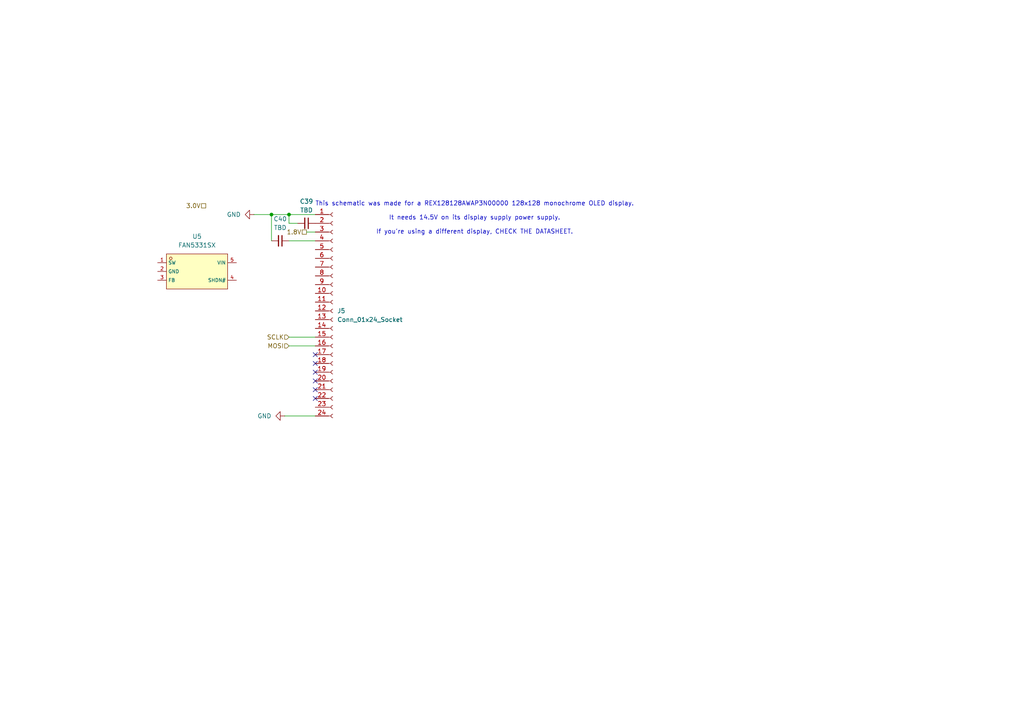
<source format=kicad_sch>
(kicad_sch (version 20231120) (generator "eeschema") (generator_version "8.0")
  (paper "A4")
  (lib_symbols
    (symbol "Connector:Conn_01x24_Socket" (pin_names (offset 1.016) hide)
      (property "Reference" "J" (at 0 30.48 0))
      (property "Value" "Conn_01x24_Socket" (at 0 -33.02 0))
      (symbol "Conn_01x24_Socket_1_1"
        (arc (start 0 -29.972) (mid -0.5058 -30.48) (end 0 -30.988) (stroke (width 0.1524)))
        (arc (start 0 -27.432) (mid -0.5058 -27.94) (end 0 -28.448) (stroke (width 0.1524)))
        (arc (start 0 -24.892) (mid -0.5058 -25.4) (end 0 -25.908) (stroke (width 0.1524)))
        (arc (start 0 -22.352) (mid -0.5058 -22.86) (end 0 -23.368) (stroke (width 0.1524)))
        (arc (start 0 -19.812) (mid -0.5058 -20.32) (end 0 -20.828) (stroke (width 0.1524)))
        (arc (start 0 -17.272) (mid -0.5058 -17.78) (end 0 -18.288) (stroke (width 0.1524)))
        (arc (start 0 -14.732) (mid -0.5058 -15.24) (end 0 -15.748) (stroke (width 0.1524)))
        (arc (start 0 -12.192) (mid -0.5058 -12.7) (end 0 -13.208) (stroke (width 0.1524)))
        (arc (start 0 -9.652) (mid -0.5058 -10.16) (end 0 -10.668) (stroke (width 0.1524)))
        (arc (start 0 -7.112) (mid -0.5058 -7.62) (end 0 -8.128) (stroke (width 0.1524)))
        (arc (start 0 -4.572) (mid -0.5058 -5.08) (end 0 -5.588) (stroke (width 0.1524)))
        (arc (start 0 -2.032) (mid -0.5058 -2.54) (end 0 -3.048) (stroke (width 0.1524)))
        (polyline (pts (xy -1.27 -30.48) (xy -0.508 -30.48)) (stroke (width 0.1524)))
        (polyline (pts (xy -1.27 -27.94) (xy -0.508 -27.94)) (stroke (width 0.1524)))
        (polyline (pts (xy -1.27 -25.4) (xy -0.508 -25.4)) (stroke (width 0.1524)))
        (polyline (pts (xy -1.27 -22.86) (xy -0.508 -22.86)) (stroke (width 0.1524)))
        (polyline (pts (xy -1.27 -20.32) (xy -0.508 -20.32)) (stroke (width 0.1524)))
        (polyline (pts (xy -1.27 -17.78) (xy -0.508 -17.78)) (stroke (width 0.1524)))
        (polyline (pts (xy -1.27 -15.24) (xy -0.508 -15.24)) (stroke (width 0.1524)))
        (polyline (pts (xy -1.27 -12.7) (xy -0.508 -12.7)) (stroke (width 0.1524)))
        (polyline (pts (xy -1.27 -10.16) (xy -0.508 -10.16)) (stroke (width 0.1524)))
        (polyline (pts (xy -1.27 -7.62) (xy -0.508 -7.62)) (stroke (width 0.1524)))
        (polyline (pts (xy -1.27 -5.08) (xy -0.508 -5.08)) (stroke (width 0.1524)))
        (polyline (pts (xy -1.27 -2.54) (xy -0.508 -2.54)) (stroke (width 0.1524)))
        (polyline (pts (xy -1.27 0) (xy -0.508 0)) (stroke (width 0.1524)))
        (polyline (pts (xy -1.27 2.54) (xy -0.508 2.54)) (stroke (width 0.1524)))
        (polyline (pts (xy -1.27 5.08) (xy -0.508 5.08)) (stroke (width 0.1524)))
        (polyline (pts (xy -1.27 7.62) (xy -0.508 7.62)) (stroke (width 0.1524)))
        (polyline (pts (xy -1.27 10.16) (xy -0.508 10.16)) (stroke (width 0.1524)))
        (polyline (pts (xy -1.27 12.7) (xy -0.508 12.7)) (stroke (width 0.1524)))
        (polyline (pts (xy -1.27 15.24) (xy -0.508 15.24)) (stroke (width 0.1524)))
        (polyline (pts (xy -1.27 17.78) (xy -0.508 17.78)) (stroke (width 0.1524)))
        (polyline (pts (xy -1.27 20.32) (xy -0.508 20.32)) (stroke (width 0.1524)))
        (polyline (pts (xy -1.27 22.86) (xy -0.508 22.86)) (stroke (width 0.1524)))
        (polyline (pts (xy -1.27 25.4) (xy -0.508 25.4)) (stroke (width 0.1524)))
        (polyline (pts (xy -1.27 27.94) (xy -0.508 27.94)) (stroke (width 0.1524)))
        (arc (start 0 0.508) (mid -0.5058 0) (end 0 -0.508) (stroke (width 0.1524)))
        (arc (start 0 3.048) (mid -0.5058 2.54) (end 0 2.032) (stroke (width 0.1524)))
        (arc (start 0 5.588) (mid -0.5058 5.08) (end 0 4.572) (stroke (width 0.1524)))
        (arc (start 0 8.128) (mid -0.5058 7.62) (end 0 7.112) (stroke (width 0.1524)))
        (arc (start 0 10.668) (mid -0.5058 10.16) (end 0 9.652) (stroke (width 0.1524)))
        (arc (start 0 13.208) (mid -0.5058 12.7) (end 0 12.192) (stroke (width 0.1524)))
        (arc (start 0 15.748) (mid -0.5058 15.24) (end 0 14.732) (stroke (width 0.1524)))
        (arc (start 0 18.288) (mid -0.5058 17.78) (end 0 17.272) (stroke (width 0.1524)))
        (arc (start 0 20.828) (mid -0.5058 20.32) (end 0 19.812) (stroke (width 0.1524)))
        (arc (start 0 23.368) (mid -0.5058 22.86) (end 0 22.352) (stroke (width 0.1524)))
        (arc (start 0 25.908) (mid -0.5058 25.4) (end 0 24.892) (stroke (width 0.1524)))
        (arc (start 0 28.448) (mid -0.5058 27.94) (end 0 27.432) (stroke (width 0.1524)))
        (pin passive line (at -5.08 27.94 0) (length 3.81) (name "Pin_1") (number "1"))
        (pin passive line (at -5.08 5.08 0) (length 3.81) (name "Pin_10") (number "10"))
        (pin passive line (at -5.08 2.54 0) (length 3.81) (name "Pin_11") (number "11"))
        (pin passive line (at -5.08 0 0) (length 3.81) (name "Pin_12") (number "12"))
        (pin passive line (at -5.08 -2.54 0) (length 3.81) (name "Pin_13") (number "13"))
        (pin passive line (at -5.08 -5.08 0) (length 3.81) (name "Pin_14") (number "14"))
        (pin passive line (at -5.08 -7.62 0) (length 3.81) (name "Pin_15") (number "15"))
        (pin passive line (at -5.08 -10.16 0) (length 3.81) (name "Pin_16") (number "16"))
        (pin passive line (at -5.08 -12.7 0) (length 3.81) (name "Pin_17") (number "17"))
        (pin passive line (at -5.08 -15.24 0) (length 3.81) (name "Pin_18") (number "18"))
        (pin passive line (at -5.08 -17.78 0) (length 3.81) (name "Pin_19") (number "19"))
        (pin passive line (at -5.08 25.4 0) (length 3.81) (name "Pin_2") (number "2"))
        (pin passive line (at -5.08 -20.32 0) (length 3.81) (name "Pin_20") (number "20"))
        (pin passive line (at -5.08 -22.86 0) (length 3.81) (name "Pin_21") (number "21"))
        (pin passive line (at -5.08 -25.4 0) (length 3.81) (name "Pin_22") (number "22"))
        (pin passive line (at -5.08 -27.94 0) (length 3.81) (name "Pin_23") (number "23"))
        (pin passive line (at -5.08 -30.48 0) (length 3.81) (name "Pin_24") (number "24"))
        (pin passive line (at -5.08 22.86 0) (length 3.81) (name "Pin_3") (number "3"))
        (pin passive line (at -5.08 20.32 0) (length 3.81) (name "Pin_4") (number "4"))
        (pin passive line (at -5.08 17.78 0) (length 3.81) (name "Pin_5") (number "5"))
        (pin passive line (at -5.08 15.24 0) (length 3.81) (name "Pin_6") (number "6"))
        (pin passive line (at -5.08 12.7 0) (length 3.81) (name "Pin_7") (number "7"))
        (pin passive line (at -5.08 10.16 0) (length 3.81) (name "Pin_8") (number "8"))
        (pin passive line (at -5.08 7.62 0) (length 3.81) (name "Pin_9") (number "9"))
      )
    )
    (symbol "Device:C_Small" (pin_numbers hide) (pin_names (offset 0.254) hide)
      (property "Reference" "C" (at 0.254 1.778 0))
      (property "Value" "C_Small" (at 0.254 -2.032 0))
      (symbol "C_Small_0_1"
        (polyline (pts (xy -1.524 -0.508) (xy 1.524 -0.508)) (stroke (width 0.3302)))
        (polyline (pts (xy -1.524 0.508) (xy 1.524 0.508)) (stroke (width 0.3048)))
      )
      (symbol "C_Small_1_1"
        (pin passive line (at 0 2.54 270) (length 2.032) (name "~") (number "1"))
        (pin passive line (at 0 -2.54 90) (length 2.032) (name "~") (number "2"))
      )
    )
    (symbol "Library:FAN5331SX"
      (property "Reference" "U" (at 0 1.27 0))
      (property "Value" "FAN5331SX" (at 0 -2.54 0))
      (symbol "FAN5331SX_0_1"
        (rectangle (start -8.89 5.08) (end 8.89 -5.08) (fill (type background)))
        (circle (center -7.62 3.81) (radius 0.381) (fill (type background)))
        (pin unspecified line (at -11.43 2.54 0) (length 2.54) (name "SW") (number "1"))
        (pin unspecified line (at -11.43 0 0) (length 2.54) (name "GND") (number "2"))
        (pin unspecified line (at -11.43 -2.54 0) (length 2.54) (name "FB") (number "3"))
        (pin unspecified line (at 11.43 -2.54 180) (length 2.54) (name "SHDN#") (number "4"))
        (pin unspecified line (at 11.43 2.54 180) (length 2.54) (name "VIN") (number "5"))
      )
    )
    (symbol "power:GND" (power) (pin_numbers hide) (pin_names (offset 0) hide)
      (property "Value" "GND" (at 0 -3.81 0))
      (symbol "GND_0_1"
        (polyline (pts (xy 0 0) (xy 0 -1.27) (xy 1.27 -1.27) (xy 0 -2.54) (xy -1.27 -1.27) (xy 0 -1.27)))
      )
      (symbol "GND_1_1"
        (pin power_in line (at 0 0 270) (length 0) (name "~") (number "1"))
      )
    )
  )
  (junction (at 78.74 62.23))
  (junction (at 83.82 62.23))
  (no_connect (at 91.44 110.49))
  (no_connect (at 91.44 115.57))
  (no_connect (at 91.44 113.03))
  (no_connect (at 91.44 105.41))
  (no_connect (at 91.44 102.87))
  (no_connect (at 91.44 107.95))
  (wire (pts (xy 83.82 62.23) (xy 91.44 62.23)))
  (wire (pts (xy 88.9 67.31) (xy 91.44 67.31)))
  (wire (pts (xy 83.82 64.77) (xy 83.82 62.23)))
  (wire (pts (xy 86.36 64.77) (xy 83.82 64.77)))
  (wire (pts (xy 73.66 62.23) (xy 78.74 62.23)))
  (wire (pts (xy 83.82 69.85) (xy 91.44 69.85)))
  (wire (pts (xy 82.55 120.65) (xy 91.44 120.65)))
  (wire (pts (xy 78.74 62.23) (xy 78.74 69.85)))
  (wire (pts (xy 83.82 100.33) (xy 91.44 100.33)))
  (wire (pts (xy 78.74 62.23) (xy 83.82 62.23)))
  (wire (pts (xy 83.82 97.79) (xy 91.44 97.79)))
  (text "This schematic was made for a REX128128AWAP3N00000 128x128 monochrome OLED display.\n\nIt needs 14.5V on its display supply power supply.\n\nIf you're using a different display, CHECK THE DATASHEET." (at 137.668 63.246 0) (effects (font (size 1.27 1.27))))
  (hierarchical_label "MOSI" (shape input) (at 83.82 100.33 180))
  (hierarchical_label "1.8V" (shape passive) (at 88.9 67.31 180))
  (hierarchical_label "SCLK" (shape input) (at 83.82 97.79 180))
  (hierarchical_label "3.0V" (shape passive) (at 59.69 59.69 180))
  (symbol (lib_id "power:GND") (at 73.66 62.23 270) (unit 1)
    (property "Reference" "#PWR043" (effects (hide yes)))
    (property "Value" "GND" (at 69.85 62.2299 90) (effects (justify right)))
    (property "Description" "Power symbol creates a global label with name \"GND\" , ground" (effects (hide yes)))
  )
  (symbol (lib_id "Library:FAN5331SX") (at 57.15 78.74 0) (unit 1)
    (property "Reference" "U5" (at 57.15 68.58 0))
    (property "Value" "FAN5331SX" (at 57.15 71.12 0))
    (property "Footprint" "Library:SOT-23-5_L2.9-W1.6-P0.95-LS2.8-BL" (effects (hide yes)))
    (property "Datasheet" "https://cn.bing.com/search?q=datasheetAD8067ARTZ-REEL7" (effects (hide yes)))
    (property "LCSC" "C890746" (effects (hide yes)))
  )
  (symbol (lib_id "Device:C_Small") (at 81.28 69.85 270) (unit 1)
    (property "Reference" "C40" (at 81.2736 63.5 90))
    (property "Value" "TBD" (at 81.2736 66.04 90))
    (property "Description" "Unpolarized capacitor, small symbol" (effects (hide yes)))
  )
  (symbol (lib_id "power:GND") (at 82.55 120.65 270) (unit 1)
    (property "Reference" "#PWR052" (effects (hide yes)))
    (property "Value" "GND" (at 78.74 120.6499 90) (effects (justify right)))
    (property "Description" "Power symbol creates a global label with name \"GND\" , ground" (effects (hide yes)))
  )
  (symbol (lib_id "Connector:Conn_01x24_Socket") (at 96.52 90.17 0) (unit 1)
    (property "Reference" "J5" (at 97.79 90.1699 0) (effects (justify left)))
    (property "Value" "Conn_01x24_Socket" (at 97.79 92.7099 0) (effects (justify left)))
    (property "Footprint" "Connector_FFC-FPC:TE_2-84952-4_1x24-1MP_P1.0mm_Horizontal" (effects (hide yes)))
    (property "Description" "Generic connector, single row, 01x24, script generated" (effects (hide yes)))
  )
  (symbol (lib_id "Device:C_Small") (at 88.9 64.77 270) (unit 1)
    (property "Reference" "C39" (at 88.8936 58.42 90))
    (property "Value" "TBD" (at 88.8936 60.96 90))
    (property "Description" "Unpolarized capacitor, small symbol" (effects (hide yes)))
  )
)
</source>
